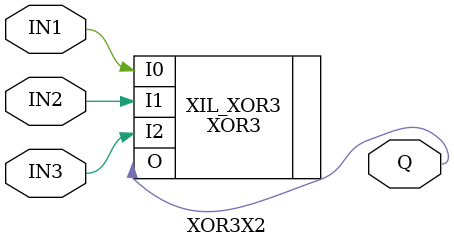
<source format=v>
/*--------------------
 AND 
----------------------*/
module AND2X1 (IN1,IN2,Q);

 input IN1;
 input IN2;
 output Q;

 AND2 XIL_AND2 (.I0(IN1),.I1(IN2),.O(Q));

endmodule

module AND2X2 (IN1,IN2,Q);

 input IN1;
 input IN2;
 output Q;

 AND2 XIL_AND2 (.I0(IN1),.I1(IN2),.O(Q));

endmodule

module AND2X4 (IN1,IN2,Q);

 input IN1;
 input IN2;
 output Q;

 AND2 XIL_AND2 (.I0(IN1),.I1(IN2),.O(Q));

endmodule

module AND3X1 (IN1,IN2,IN3,Q);

 input IN1;
 input IN2,IN3;
 output Q;

 AND3 XIL_AND3 (.I0(IN1),.I1(IN2),.I2(IN3),.O(Q));

endmodule

module AND3X2 (IN1,IN2,IN3,Q);

 input IN1;
 input IN2,IN3;
 output Q;

 AND3 XIL_AND3 (.I0(IN1),.I1(IN2),.I2(IN3),.O(Q));

endmodule

module AND3X4 (IN1,IN2,IN3,Q);

 input IN1;
 input IN2,IN3;
 output Q;

 AND3 XIL_AND3 (.I0(IN1),.I1(IN2),.I2(IN3),.O(Q));

endmodule

module AND4X1 (IN1,IN2,IN3,IN4,Q);

 input IN1;
 input IN2,IN3,IN4;
 output Q;

 AND4 XIL_AND4 (.I0(IN1),.I1(IN2),.I2(IN3),.I3(IN4),.O(Q));

endmodule

module AND4X2 (IN1,IN2,IN3,IN4,Q);

 input IN1;
 input IN2,IN3,IN4;
 output Q;

 AND4 XIL_AND4 (.I0(IN1),.I1(IN2),.I2(IN3),.I3(IN4),.O(Q));

endmodule

module AND4X4 (IN1,IN2,IN3,IN4,Q);

 input IN1;
 input IN2,IN3,IN4;
 output Q;

 AND4 XIL_AND4 (.I0(IN1),.I1(IN2),.I2(IN3),.I3(IN4),.O(Q));

endmodule
/* ------------------------
	AO
--------------------------*/
module AO21X1 (IN1,IN2,IN3,Q);

 input IN1,IN2,IN3;
 output Q;

 wire Otemp;

 AND2 XIL_AND2 (.I0(IN1),.I1(IN2),.O(Otemp));
 OR2  XIL_OR2  (.I0(Otemp),.I1(IN3),.O(Q));

endmodule
module AO21X2 (IN1,IN2,IN3,Q);

 input IN1,IN2,IN3;
 output Q;

 wire Otemp;

 AND2 XIL_AND2 (.I0(IN1),.I1(IN2),.O(Otemp));
 OR2  XIL_OR2  (.I0(Otemp),.I1(IN3),.O(Q));

endmodule

module AO221X1 (IN1,IN2,IN3,IN4,IN5,Q);

 input IN1,IN2,IN3,IN4,IN5;
 output Q;

 wire Otemp0,Otemp1;

 AND2 XIL_AND2_0 (.I0(IN1),.I1(IN2),.O(Otemp0));
 AND2 XIL_AND2_1 (.I0(IN3),.I1(IN4),.O(Otemp1));
 OR3  XIL_OR3  (.I0(Otemp0),.I1(Otemp1),.I2(IN5),.O(Q));

endmodule
module AO221X2 (IN1,IN2,IN3,IN4,IN5,Q);

 input IN1,IN2,IN3,IN4,IN5;
 output Q;

 wire Otemp0,Otemp1;

 AND2 XIL_AND2_0 (.I0(IN1),.I1(IN2),.O(Otemp0));
 AND2 XIL_AND2_1 (.I0(IN3),.I1(IN4),.O(Otemp1));
 OR3  XIL_OR3  (.I0(Otemp0),.I1(Otemp1),.I2(IN5),.O(Q));

endmodule
module AO22X1 (IN1,IN2,IN3,IN4,Q);

 input IN1,IN2,IN3,IN4;
 output Q;

 wire Otemp0,Otemp1;

 AND2 XIL_AND2_0 (.I0(IN1),.I1(IN2),.O(Otemp0));
 AND2 XIL_AND2_1 (.I0(IN3),.I1(IN4),.O(Otemp1));
 OR2  XIL_OR2  (.I0(Otemp0),.I1(Otemp1),.O(Q));

endmodule
module AO22X2 (IN1,IN2,IN3,IN4,Q);

 input IN1,IN2,IN3,IN4;
 output Q;

 wire Otemp0,Otemp1;

 AND2 XIL_AND2_0 (.I0(IN1),.I1(IN2),.O(Otemp0));
 AND2 XIL_AND2_1 (.I0(IN3),.I1(IN4),.O(Otemp1));
 OR2  XIL_OR2  (.I0(Otemp0),.I1(Otemp1),.O(Q));

endmodule

module AO222X1 (IN1,IN2,IN3,IN4,IN5,IN6,Q);

 input IN1,IN2,IN3,IN4,IN5,IN6;
 output Q;

 wire Otemp0,Otemp1,Otemp2;

 AND2 XIL_AND2_0 (.I0(IN1),.I1(IN2),.O(Otemp0));
 AND2 XIL_AND2_1 (.I0(IN3),.I1(IN4),.O(Otemp1));
 AND2 XIL_AND2_2 (.I0(IN5),.I1(IN6),.O(Otemp2));
 OR3  XIL_OR3  (.I0(Otemp0),.I1(Otemp1),.I2(Otemp2),.O(Q));

endmodule
module AO222X2 (IN1,IN2,IN3,IN4,IN5,IN6,Q);

 input IN1,IN2,IN3,IN4,IN5,IN6;
 output Q;

 wire Otemp0,Otemp1,Otemp2;

 AND2 XIL_AND2_0 (.I0(IN1),.I1(IN2),.O(Otemp0));
 AND2 XIL_AND2_1 (.I0(IN3),.I1(IN4),.O(Otemp1));
 AND2 XIL_AND2_2 (.I0(IN5),.I1(IN6),.O(Otemp2));
 OR3  XIL_OR3  (.I0(Otemp0),.I1(Otemp1),.I2(Otemp2),.O(Q));

endmodule

module AOI22X1 (IN1,IN2,IN3,IN4,QN);
 
 input IN1,IN2,IN3,IN4;
 output QN;

 wire Otemp0,Otemp1;

 AND2 XIL_AND2_0 (.I0(IN1),.I1(IN2),.O(Otemp0));
 AND2 XIL_AND2_1 (.I0(IN3),.I1(IN4),.O(Otemp1));
 NOR2  XIL_NOR2  (.I0(Otemp0),.I1(Otemp1),.O(QN));

endmodule
module AOI22X2 (IN1,IN2,IN3,IN4,QN);
 
 input IN1,IN2,IN3,IN4;
 output QN;

 wire Otemp0,Otemp1;

 AND2 XIL_AND2_0 (.I0(IN1),.I1(IN2),.O(Otemp0));
 AND2 XIL_AND2_1 (.I0(IN3),.I1(IN4),.O(Otemp1));
 NOR2  XIL_NOR2  (.I0(Otemp0),.I1(Otemp1),.O(QN));

endmodule
module AOI222X1 (IN1,IN2,IN3,IN4,IN5,IN6,QN);
 
   input IN1,IN2,IN3,IN4,IN5,IN6;
   output QN;
   
   wire   Otemp0,Otemp1,Otemp2;

   AND2 XIL_AND2_0 (.I0(IN1),.I1(IN2),.O(Otemp0));
   AND2 XIL_AND2_1 (.I0(IN3),.I1(IN4),.O(Otemp1));
   AND2 XIL_AND2_2 (.I0(IN5),.I1(IN6),.O(Otemp2));
   
   NOR3  XIL_NOR3  (.I0(Otemp0),.I1(Otemp1),.I2(Otemp2),.O(QN));
   
endmodule
module AOI222X2 (IN1,IN2,IN3,IN4,IN5,IN6,QN);
 
   input IN1,IN2,IN3,IN4,IN5,IN6;
   output QN;
   
   wire   Otemp0,Otemp1,Otemp2;

   AND2 XIL_AND2_0 (.I0(IN1),.I1(IN2),.O(Otemp0));
   AND2 XIL_AND2_1 (.I0(IN3),.I1(IN4),.O(Otemp1));
   AND2 XIL_AND2_2 (.I0(IN5),.I1(IN6),.O(Otemp2));
   
   NOR3  XIL_NOR3  (.I0(Otemp0),.I1(Otemp1),.I2(Otemp2),.O(QN));
   
endmodule
module AOI21X1 (IN1,IN2,IN3,QN);
 
 input IN1,IN2,IN3;
 output QN;

 wire Otemp;

 AND2 XIL_AND2 (.I0(IN1),.I1(IN2),.O(Otemp));
 NOR2  XIL_NOR2  (.I0(Otemp),.I1(IN3),.O(QN));

endmodule

module AOI21X2 (IN1,IN2,IN3,QN);
 
 input IN1,IN2,IN3;
 output QN;

 wire Otemp;

 AND2 XIL_AND2 (.I0(IN1),.I1(IN2),.O(Otemp));
 NOR2  XIL_NOR2  (.I0(Otemp),.I1(IN3),.O(QN));

endmodule

module AOI221X1 (IN1,IN2,IN3,IN4,IN5,QN);

 input IN1,IN2,IN3,IN4,IN5;
 output QN;

 wire Otemp0,Otemp1;

 AND2 XIL_AND2_1 (.I0(IN1),.I1(IN2),.O(Otemp0));
 AND2 XIL_AND2_2 (.I0(IN3),.I1(IN4),.O(Otemp1));
 NOR3  XIL_NOR3  (.I0(Otemp0),.I1(IN5),.I2(Otemp1),.O(QN));

endmodule
module AOI221X2 (IN1,IN2,IN3,IN4,IN5,QN);

 input IN1,IN2,IN3,IN4,IN5;
 output QN;

 wire Otemp0,Otemp1;

 AND2 XIL_AND2_1 (.I0(IN1),.I1(IN2),.O(Otemp0));
 AND2 XIL_AND2_2 (.I0(IN3),.I1(IN4),.O(Otemp1));
 NOR3  XIL_NOR3  (.I0(Otemp0),.I1(IN5),.I2(Otemp1),.O(QN));

endmodule
/* ------------------------
	AOBUF
--------------------------*/

/* ------------------------
	AOI
--------------------------*/

/* ------------------------
	AOINV
--------------------------*/

/* ------------------------
	CGLNP
--------------------------*/

/* ------------------------
	DEC
--------------------------*/

/* ------------------------
	DELL
--------------------------*/
module DELLN1X2 (INP,Z);
	input INP;
	output Z;
	assign Z  = INP;
endmodule
module DELLN2X2 (INP,Z);
	input INP;
	output Z;
	assign Z  = INP;
endmodule
module DELLN3X2 (INP,Z);
	input INP;
	output Z;
	assign Z  = INP;
endmodule
/* ------------------------
	DFF
--------------------------*/
module DFFSSRX1 (D,CLK,SETB,RSTB,Q,QN);

 input D;
 input CLK;
 input RSTB;
 input SETB;
   
 output Q;
 output QN;


   wire Qtemp;
   wire Dtemp;
   
   assign QN = ~Qtemp;
   assign Q = Qtemp;

   assign Dtemp = D || !SETB;
   
 FDR XIL_FDR (.D(Dtemp),.C(CLK),.R(~(RSTB)),.Q(Qtemp));

endmodule


module DFFASX1 (D,CLK,SETB,Q,QN);

output  Q,QN;
input   D,CLK,SETB;

 assign QN = ~Qtemp;
 assign Q = Qtemp;
FDSE XIL_FD (.D(D),.C(CLK),.Q(Qtemp),.S(~SETB),.CE(1));

endmodule

module DFFX1 (D,CLK,Q,QN);

output  Q,QN;
input   D,CLK;
wire Qtemp;

 assign QN = ~Qtemp;
 assign Q = Qtemp;

 FD XIL_FD (.D(D),.C(CLK),.Q(Qtemp));

endmodule // DFFX1

module p_O_DFFX1 (D,CLK,Q,QN,E);
   
   output  Q,QN;
   input   D,CLK,E;
   wire    Qtemp,Qtempt;
   
   assign QN = ~Qtempt;
   assign Q = Qtempt;
   
   FD XIL_FD (.D(D),.C(CLK),.Q(Qtemp));
   
   xor(Qtempt,Qtemp,E);
   
   
endmodule // p_O_DFFX1

module DFFX2 (D,CLK,Q,QN);

output  Q,QN;
input   D,CLK;
wire Qtemp;

 assign QN = ~Qtemp;
 assign Q = Qtemp;

 FD XIL_FD (.D(D),.C(CLK),.Q(Qtemp));

endmodule
module DFFARX1 (D,CLK,RSTB,Q,QN);

 input D;
 input CLK;
 input RSTB;
 output Q;
 output QN;


 wire Qtemp;

 assign QN = ~Qtemp;
 assign Q = Qtemp;

 FDC XIL_FDC (.D(D),.C(CLK),.CLR(~(RSTB)),.Q(Qtemp));

endmodule

module p_I_DFFARX1 (D,CLK,RSTB,Q,QN,E);

 input D;
 input CLK;
 input RSTB;
 input  E;
 output Q;
 output QN;
 wire Dtemp;

 wire Qtemp;

 assign Dtemp = D ^ E;	

 assign QN = ~Qtemp;
 assign Q = Qtemp;

 FDC XIL_FDC (.D(Dtemp),.C(CLK),.CLR(~(RSTB)),.Q(Qtemp));

endmodule
/* ------------------------
	FADD
--------------------------*/
module FADDX1 (A,B,CI,CO,S);
 input A;
 input B;
 input CI;
 output CO;
 output S;

 reg CO,S;

 always @ (A or B or CI)
 begin
 {CO,S} <= A + B + CI;
 end

endmodule


module FADDX2 (A,B,CI,S,CO);

output  S,CO;
input   A,B,CI;

wire nCI, nA, nB, aq1, aq2, aq3, aq4, aq5, aq6, aq7;

not (nCI, CI);
not (nA, A);
not (nB, B);

and (aq1, nCI, nB, A);
and (aq2, nCI, B, nA);
and (aq3, CI, nA, nB);
and (aq4, CI, B, A);
and (aq5, nCI, B, A);
and (aq6, CI, nB, A);
and (aq7, CI, B, nA);

or (S, aq1, aq2, aq3, aq4);

or (CO, aq4, aq5, aq6, aq7);
endmodule



module HADDX1 (A0,B0,SO,C1);

output  SO,C1;
input   A0,B0;

xor  #1  (SO,B0,A0);
and  #1  (C1,B0,A0);

endmodule

module HADDX2 (A0,B0,SO,C1);

output  SO,C1;
input   A0,B0;

xor  #1  (SO,B0,A0);
and  #1  (C1,B0,A0);

endmodule

/* ------------------------
	IBUFF
--------------------------*/
module IBUFFX2 (INP,ZN);
	input INP;
	output ZN;
	wire ot;
assign ZN = ~ot;
assign ot = INP;
endmodule
module IBUFFX4 (INP,ZN);
	input INP;
	output ZN;
	wire ot;
assign ZN = ~ot;
assign ot = INP;
endmodule
module IBUFFX8 (INP,ZN);
	input INP;
	output ZN;
	wire ot;
assign ZN = ~ot;
assign ot = INP;
endmodule
module IBUFFX16 (INP,ZN);
	input INP;
	output ZN;
	wire ot;
assign ZN = ~ot;
assign ot = INP;
endmodule
module IBUFFX32 (INP,ZN);
	input INP;
	output ZN;
	wire ot;
assign ZN = ~ot;
assign ot = INP;
endmodule
/* ------------------------
	INV
--------------------------*/
module INVX0 (INP,ZN);
 input INP;
 output ZN;
 INV XIL_INV (.I(INP),.O(ZN));
endmodule

module INVX1 (INP,ZN);
 input INP;
 output ZN;
 INV XIL_INV (.I(INP),.O(ZN));
endmodule

module INVX2 (INP,ZN);
 input INP;
 output ZN;
 INV XIL_INV (.I(INP),.O(ZN));
endmodule
module INVX32 (INP,ZN);
 input INP;
 output ZN;
 INV XIL_INV (.I(INP),.O(ZN));
endmodule

/* ------------------------
	ISOLAND
--------------------------*/
/* ------------------------
	ISOLOR
--------------------------*/

/* ------------------------
	LAR
--------------------------*/

/* ------------------------
	LASR
--------------------------*/
/* ------------------------
	LAS
--------------------------*/

/* ------------------------
	LATCH
--------------------------*/

/* ------------------------
	LNAND
--------------------------*/
/* ------------------------
	LS
--------------------------*/

/* ------------------------
	MUX
--------------------------*/
module MUX41X1 (IN1,IN2,IN3,IN4,S0,S1,Q);

 input IN1,IN2,IN3,IN4,S0,S1;
 output Q;

 wire t1,t2;

 MUXF7 XIL_MUXF7_0 (.I0(IN1),.I1(IN2),.S(S0),.O(t1));
 MUXF7 XIL_MUXF7_1 (.I0(IN3),.I1(IN4),.S(S0),.O(t2));
 MUXF7 XIL_MUXF7_2 (.I0(t1),.I1(t2),.S(S1),.O(Q));

endmodule
module MUX41X2 (IN1,IN2,IN3,IN4,S0,S1,Q);

 input IN1,IN2,IN3,IN4,S0,S1;
 output Q;

 wire t1,t2;

 MUXF7 XIL_MUXF7_0 (.I0(IN1),.I1(IN2),.S(S0),.O(t1));
 MUXF7 XIL_MUXF7_1 (.I0(IN3),.I1(IN4),.S(S0),.O(t2));
 MUXF7 XIL_MUXF7_2 (.I0(t1),.I1(t2),.S(S1),.O(Q));

endmodule

module MUX21X1 (IN1,IN2,S,Q);

input IN1,IN2,S;
output Q;

MUXF7 XIL_MUXF7 (.I0(IN1),.I1(IN2),.S(S),.O(Q));

endmodule
module MUX21X2 (IN1,IN2,S,Q);

input IN1,IN2,S;
output Q;

MUXF7 XIL_MUXF7 (.I0(IN1),.I1(IN2),.S(S),.O(Q));

endmodule

/* ------------------------
	NAND
--------------------------*/
module NAND3X0 (IN1,IN2,IN3,QN);
 input IN1;
 input IN2,IN3;
 output QN;

 NAND3 XIL_NAND3 (.I0(IN1),.I1(IN2),.I2(IN3),.O(QN));
endmodule

module NAND3X1 (IN1,IN2,IN3,QN);
 input IN1;
 input IN2,IN3;
 output QN;
 NAND3 XIL_NAND3 (.I0(IN1),.I1(IN2),.I2(IN3),.O(QN));
endmodule

module NAND3X2 (IN1,IN2,IN3,QN);
 input IN1;
 input IN2,IN3;
 output QN;
 NAND3 XIL_NAND3 (.I0(IN1),.I1(IN2),.I2(IN3),.O(QN));
endmodule

module NAND3X4 (IN1,IN2,IN3,QN);
 input IN1;
 input IN2,IN3;
 output QN;
 NAND3 XIL_NAND3 (.I0(IN1),.I1(IN2),.I2(IN3),.O(QN));
endmodule

module NAND4X0 (IN1,IN2,IN3,IN4,QN);
 input IN1;
 input IN2,IN3,IN4;
 output QN;
 NAND4 XIL_NAND4 (.I0(IN1),.I1(IN2),.I2(IN3),.I3(IN4),.O(QN));
endmodule

module NAND2X0 (IN1,IN2,QN);
 input IN1;
 input IN2;
 output QN;
 NAND2 XIL_NAND2 (.I0(IN1),.I1(IN2),.O(QN));
endmodule

module NAND2X1 (IN1,IN2,QN);
 input IN1;
 input IN2;
 output QN;
 NAND2 XIL_NAND2 (.I0(IN1),.I1(IN2),.O(QN));
endmodule
module NAND2X2 (IN1,IN2,QN);
 input IN1;
 input IN2;
 output QN;
 NAND2 XIL_NAND2 (.I0(IN1),.I1(IN2),.O(QN));
endmodule

/* ------------------------
	NBUFF
--------------------------*/
module NBUFFX2 (INP,Z);
	input INP;
	output Z;

assign Z = INP;
endmodule
module NBUFFX4 (INP,Z);
	input INP;
	output Z;

assign Z = INP;
endmodule
module NBUFFX8 (INP,Z);
	input INP;
	output Z;

assign Z = INP;
endmodule
module NBUFFX16 (INP,Z);
	input INP;
	output Z;

assign Z = INP;
endmodule
module NBUFFX32 (INP,Z);
	input INP;
	output Z;

assign Z = INP;
endmodule
/* ------------------------
	NOR
--------------------------*/
module NOR2X0 (IN1,IN2,QN);

 input IN1;
 input IN2;
 output QN;

 NOR2 XIL_NOR2 (.I0(IN1),.I1(IN2),.O(QN));

endmodule
module NOR2X1 (IN1,IN2,QN);

 input IN1;
 input IN2;
 output QN;

 NOR2 XIL_NOR2 (.I0(IN1),.I1(IN2),.O(QN));

endmodule
module NOR3X0 (IN1,IN2,IN3,QN);

 input IN1;
 input IN2,IN3;
 output QN;

 NOR3 XIL_NOR3 (.I0(IN1),.I1(IN2),.I2(IN3),.O(QN));

endmodule

module NOR4X0 (IN1,IN2,IN3,IN4,QN);

 input IN1;
 input IN2,IN3,IN4;
 output QN;

 NOR4 XIL_NOR4 (.I0(IN1),.I1(IN2),.I2(IN3),.I3(IN4),.O(QN));

endmodule
module NOR4X1 (IN1,IN2,IN3,IN4,QN);

 input IN1;
 input IN2,IN3,IN4;
 output QN;

 NOR4 XIL_NOR4 (.I0(IN1),.I1(IN2),.I2(IN3),.I3(IN4),.O(QN));

endmodule

/* ------------------------
	OA
--------------------------*/
module OAI21X1 (IN1,IN2,IN3,QN);
 
 input IN1,IN2,IN3;
 output QN;

 wire Otemp;

 OR2 XIL_OR2 (.I0(IN1),.I1(IN2),.O(Otemp));
 NAND2  XIL_NAND2  (.I0(Otemp),.I1(IN3),.O(QN));

endmodule
module OAI21X2 (IN1,IN2,IN3,QN);
 
 input IN1,IN2,IN3;
 output QN;

 wire Otemp;

 OR2 XIL_OR2 (.I0(IN1),.I1(IN2),.O(Otemp));
 NAND2  XIL_NAND2  (.I0(Otemp),.I1(IN3),.O(QN));

endmodule
module OAI22X1 (IN1,IN2,IN3,IN4,QN);
 
 input IN1,IN2,IN3,IN4;
 output QN;

 wire Otemp0,Otemp1;

 OR2 XIL_OR2_0 (.I0(IN1),.I1(IN2),.O(Otemp0));
 OR2 XIL_OR2_1 (.I0(IN3),.I1(IN4),.O(Otemp1));
 NAND2  XIL_NAND2  (.I0(Otemp0),.I1(Otemp1),.O(QN));

endmodule
module OAI22X2 (IN1,IN2,IN3,IN4,QN);
 
 input IN1,IN2,IN3,IN4;
 output QN;

 wire Otemp0,Otemp1;

 OR2 XIL_OR2_0 (.I0(IN1),.I1(IN2),.O(Otemp0));
 OR2 XIL_OR2_1 (.I0(IN3),.I1(IN4),.O(Otemp1));
 NAND2  XIL_NAND2  (.I0(Otemp0),.I1(Otemp1),.O(QN));

endmodule

module OA21X1 (IN1,IN2,IN3,Q);

 input IN1,IN2,IN3;
 output Q;

 wire Otemp;

 OR2 XIL_OR2 (.I0(IN1),.I1(IN2),.O(Otemp));
 AND2  XIL_AND2  (.I0(Otemp),.I1(IN3),.O(Q));

endmodule

module OA22X1 (IN1,IN2,IN3,IN4,Q);

 input IN1,IN2,IN3,IN4;
 output Q;

 wire Otemp0,Otemp1;

 OR2 XIL_OR2_0 (.I0(IN1),.I1(IN2),.O(Otemp0));
 OR2 XIL_OR2_1 (.I0(IN3),.I1(IN4),.O(Otemp1));
 AND2  XIL_AND2  (.I0(Otemp0),.I1(Otemp1),.O(Q));

endmodule

module OA221X1 (IN1,IN2,IN3,IN4,IN5,Q);

 input IN1,IN2,IN3,IN4,IN5;
 output Q;

 wire Otemp0,Otemp1;

 OR2 XIL_OR2_0 (.I0(IN1),.I1(IN2),.O(Otemp0));
 OR2 XIL_OR2_1 (.I0(IN3),.I1(IN4),.O(Otemp1));
 AND3  XIL_AND3  (.I0(Otemp0),.I1(Otemp1),.I2(IN5),.O(Q));

endmodule

module OAI221X1 (IN1,IN2,IN3,IN4,IN5,QN);

 input IN1,IN2,IN3,IN4,IN5;
 output QN;

 wire Otemp0,Otemp1;

 OR2 XIL_OR2_0 (.I0(IN1),.I1(IN2),.O(Otemp0));
 OR2 XIL_OR2_1 (.I0(IN3),.I1(IN4),.O(Otemp1));
 NAND3  XIL_NAND3  (.I0(Otemp0),.I1(Otemp1),.I2(IN5),.O(QN));

endmodule

module OAI221X2 (IN1,IN2,IN3,IN4,IN5,QN);

 input IN1,IN2,IN3,IN4,IN5;
 output QN;

 wire Otemp0,Otemp1;

 OR2 XIL_OR2_0 (.I0(IN1),.I1(IN2),.O(Otemp0));
 OR2 XIL_OR2_1 (.I0(IN3),.I1(IN4),.O(Otemp1));
 NAND3  XIL_NAND3  (.I0(Otemp0),.I1(Otemp1),.I2(IN5),.O(QN));

endmodule

module OAI222X1 (IN1,IN2,IN3,IN4,IN5,IN6,QN);
   
   input IN1,IN2,IN3,IN4,IN5,IN6;
   output QN;

   wire   Otemp0,Otemp1,Otemp2;
   
   OR2 XIL_OR2_0 (.I0(IN1),.I1(IN2),.O(Otemp0));
   OR2 XIL_OR2_1 (.I0(IN3),.I1(IN4),.O(Otemp1));
   OR2 XIL_OR2_2 (.I0(IN5),.I1(IN6),.O(Otemp2));
   
   NAND3  XIL_NAND3  (.I0(Otemp0),.I1(Otemp1),.I2(Otemp2),.O(QN));
   
endmodule
module OA222X1 (IN1,IN2,IN3,IN4,IN5,IN6,Q);
   
   input IN1,IN2,IN3,IN4,IN5,IN6;
   output Q;

   wire   Otemp0,Otemp1,Otemp2;
   
   OR2 XIL_OR2_0 (.I0(IN1),.I1(IN2),.O(Otemp0));
   OR2 XIL_OR2_1 (.I0(IN3),.I1(IN4),.O(Otemp1));
   OR2 XIL_OR2_2 (.I0(IN5),.I1(IN6),.O(Otemp2));
   
   AND3  XIL_AND3  (.I0(Otemp0),.I1(Otemp1),.I2(Otemp2),.O(Q));
   
endmodule
/*------------------------
    OR
------------------------- */
module OR2X1 (IN1,IN2,Q);

 input IN1;
 input IN2;
 output Q;

 OR2 XIL_OR2 (.I0(IN1),.I1(IN2),.O(Q));

endmodule
module OR2X2 (IN1,IN2,Q);

 input IN1;
 input IN2;
 output Q;

 OR2 XIL_OR2 (.I0(IN1),.I1(IN2),.O(Q));

endmodule
module OR2X4 (IN1,IN2,Q);

 input IN1;
 input IN2;
 output Q;

 OR2 XIL_OR2 (.I0(IN1),.I1(IN2),.O(Q));

endmodule
module OR3X1 (IN1,IN2,IN3,Q);

 input IN1;
 input IN2,IN3;
 output Q;

 OR3 XIL_OR3 (.I0(IN1),.I1(IN2),.I2(IN3),.O(Q));

endmodule
module OR3X2 (IN1,IN2,IN3,Q);

 input IN1;
 input IN2,IN3;
 output Q;

 OR3 XIL_OR3 (.I0(IN1),.I1(IN2),.I2(IN3),.O(Q));

endmodule
module OR4X1 (IN1,IN2,IN3,IN4,Q);

 input IN1;
 input IN2,IN3,IN4;
 output Q;

 OR4 XIL_OR4 (.I0(IN1),.I1(IN2),.I2(IN3),.I3(IN4),.O(Q));

endmodule

/* ------------------------
	RDFF
--------------------------*/

/* ------------------------
	RSDFF
--------------------------*/

/* ------------------------
	SDFF
--------------------------*/

/* ------------------------
	TNBUF
-------------------------*/

/* ------------------------
	XNOR
--------------------------*/
module XNOR2X1 (IN1,IN2,Q);

 input IN1;
 input IN2;
 output Q;

 XNOR2 XIL_XNOR2 (.I0(IN1),.I1(IN2),.O(Q));

endmodule
module XNOR2X2 (IN1,IN2,Q);

 input IN1;
 input IN2;
 output Q;

 XNOR2 XIL_XNOR2 (.I0(IN1),.I1(IN2),.O(Q));

endmodule
module XNOR3X1 (IN1,IN2,IN3,Q);

 input IN1;
 input IN2,IN3;
 output Q;

 XNOR3 XIL_XNOR3 (.I0(IN1),.I1(IN2),.I2(IN3),.O(Q));

endmodule
module XNOR3X2 (IN1,IN2,IN3,Q);

 input IN1;
 input IN2,IN3;
 output Q;

 XNOR3 XIL_XNOR3 (.I0(IN1),.I1(IN2),.I2(IN3),.O(Q));

endmodule
/* ------------------------
	XOR
--------------------------*/

module XOR2X1 (IN1,IN2,Q);

 input IN1;
 input IN2;
 output Q;

 XOR2 XIL_XOR2 (.I0(IN1),.I1(IN2),.O(Q));

endmodule
module XOR2X2 (IN1,IN2,Q);

 input IN1;
 input IN2;
 output Q;

 XOR2 XIL_XOR2 (.I0(IN1),.I1(IN2),.O(Q));

endmodule

module XOR3X1 (IN1,IN2,IN3,Q);

 input IN1;
 input IN2,IN3;
 output Q;

 XOR3 XIL_XOR3 (.I0(IN1),.I1(IN2),.I2(IN3),.O(Q));

endmodule
module XOR3X2 (IN1,IN2,IN3,Q);

 input IN1;
 input IN2,IN3;
 output Q;

 XOR3 XIL_XOR3 (.I0(IN1),.I1(IN2),.I2(IN3),.O(Q));

endmodule

 
 /*

ANTENNA
CLOAD1
DCAP
DHFILLHLH2
DHFILLHLHLS11
DHFILLLHL2
SHFILL1
SHFILL2
SHFILL3
SHFILL128
SHFILL64
TIEH
TIEL
BUSKP
PGX1
PGX2
PGX4
NMT1
NMT2
NMT3
PMT1
PMT2
PMT3
BSLEX1
BSLEX2
BSLEX4
HEADX16
HEADX2
HEADX32
HEADX4
HEADX8
HEAD2X16
HEAD2X2
HEAD2X32
HEAD2X4
HEAD2X8
RDFFARX1
RDFFARX2
RDFFNARX1
RDFFNARX2
RSDFFARX1
RSDFFARX2
RSDFFNARX1
RSDFFNARX2

*/

</source>
